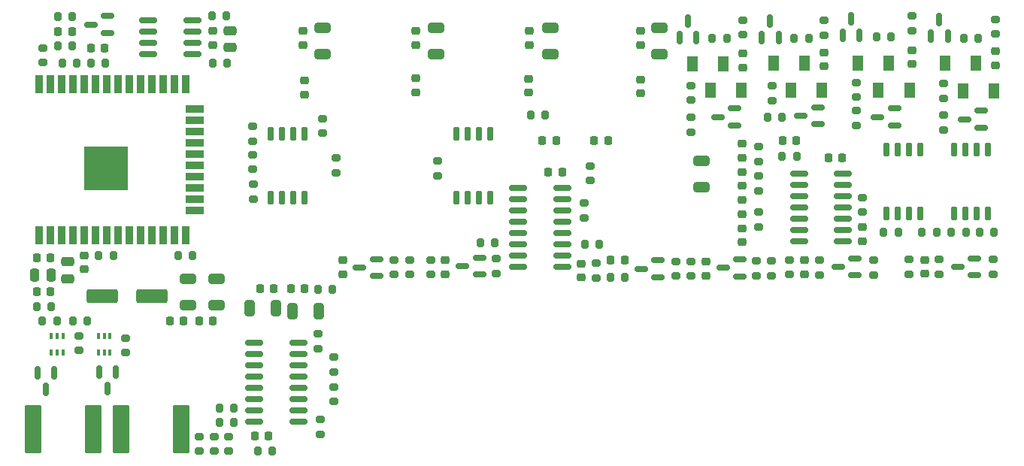
<source format=gbr>
%TF.GenerationSoftware,KiCad,Pcbnew,(6.0.4)*%
%TF.CreationDate,2022-12-17T19:50:05+01:00*%
%TF.ProjectId,bsc,6273632e-6b69-4636-9164-5f7063625858,rev?*%
%TF.SameCoordinates,Original*%
%TF.FileFunction,Paste,Top*%
%TF.FilePolarity,Positive*%
%FSLAX46Y46*%
G04 Gerber Fmt 4.6, Leading zero omitted, Abs format (unit mm)*
G04 Created by KiCad (PCBNEW (6.0.4)) date 2022-12-17 19:50:05*
%MOMM*%
%LPD*%
G01*
G04 APERTURE LIST*
G04 Aperture macros list*
%AMRoundRect*
0 Rectangle with rounded corners*
0 $1 Rounding radius*
0 $2 $3 $4 $5 $6 $7 $8 $9 X,Y pos of 4 corners*
0 Add a 4 corners polygon primitive as box body*
4,1,4,$2,$3,$4,$5,$6,$7,$8,$9,$2,$3,0*
0 Add four circle primitives for the rounded corners*
1,1,$1+$1,$2,$3*
1,1,$1+$1,$4,$5*
1,1,$1+$1,$6,$7*
1,1,$1+$1,$8,$9*
0 Add four rect primitives between the rounded corners*
20,1,$1+$1,$2,$3,$4,$5,0*
20,1,$1+$1,$4,$5,$6,$7,0*
20,1,$1+$1,$6,$7,$8,$9,0*
20,1,$1+$1,$8,$9,$2,$3,0*%
G04 Aperture macros list end*
%ADD10RoundRect,0.250000X0.650000X-0.325000X0.650000X0.325000X-0.650000X0.325000X-0.650000X-0.325000X0*%
%ADD11RoundRect,0.225000X-0.250000X0.225000X-0.250000X-0.225000X0.250000X-0.225000X0.250000X0.225000X0*%
%ADD12RoundRect,0.250000X-0.475000X0.250000X-0.475000X-0.250000X0.475000X-0.250000X0.475000X0.250000X0*%
%ADD13RoundRect,0.200000X0.275000X-0.200000X0.275000X0.200000X-0.275000X0.200000X-0.275000X-0.200000X0*%
%ADD14R,1.300000X1.700000*%
%ADD15RoundRect,0.150000X-0.825000X-0.150000X0.825000X-0.150000X0.825000X0.150000X-0.825000X0.150000X0*%
%ADD16RoundRect,0.150000X0.150000X-0.587500X0.150000X0.587500X-0.150000X0.587500X-0.150000X-0.587500X0*%
%ADD17RoundRect,0.225000X-0.225000X-0.250000X0.225000X-0.250000X0.225000X0.250000X-0.225000X0.250000X0*%
%ADD18RoundRect,0.200000X0.200000X0.275000X-0.200000X0.275000X-0.200000X-0.275000X0.200000X-0.275000X0*%
%ADD19RoundRect,0.200000X-0.275000X0.200000X-0.275000X-0.200000X0.275000X-0.200000X0.275000X0.200000X0*%
%ADD20RoundRect,0.150000X0.825000X0.150000X-0.825000X0.150000X-0.825000X-0.150000X0.825000X-0.150000X0*%
%ADD21RoundRect,0.150000X0.587500X0.150000X-0.587500X0.150000X-0.587500X-0.150000X0.587500X-0.150000X0*%
%ADD22RoundRect,0.225000X0.225000X0.250000X-0.225000X0.250000X-0.225000X-0.250000X0.225000X-0.250000X0*%
%ADD23RoundRect,0.250000X-0.325000X-0.650000X0.325000X-0.650000X0.325000X0.650000X-0.325000X0.650000X0*%
%ADD24RoundRect,0.200000X-0.200000X-0.275000X0.200000X-0.275000X0.200000X0.275000X-0.200000X0.275000X0*%
%ADD25RoundRect,0.250000X-0.650000X0.325000X-0.650000X-0.325000X0.650000X-0.325000X0.650000X0.325000X0*%
%ADD26RoundRect,0.218750X-0.256250X0.218750X-0.256250X-0.218750X0.256250X-0.218750X0.256250X0.218750X0*%
%ADD27R,0.400000X0.650000*%
%ADD28RoundRect,0.150000X0.150000X-0.650000X0.150000X0.650000X-0.150000X0.650000X-0.150000X-0.650000X0*%
%ADD29RoundRect,0.225000X0.250000X-0.225000X0.250000X0.225000X-0.250000X0.225000X-0.250000X-0.225000X0*%
%ADD30RoundRect,0.218750X-0.218750X-0.256250X0.218750X-0.256250X0.218750X0.256250X-0.218750X0.256250X0*%
%ADD31RoundRect,0.250000X-0.250000X-0.475000X0.250000X-0.475000X0.250000X0.475000X-0.250000X0.475000X0*%
%ADD32RoundRect,0.218750X0.256250X-0.218750X0.256250X0.218750X-0.256250X0.218750X-0.256250X-0.218750X0*%
%ADD33R,0.900000X2.000000*%
%ADD34R,2.000000X0.900000*%
%ADD35R,5.000000X5.000000*%
%ADD36RoundRect,0.150000X-0.150000X0.587500X-0.150000X-0.587500X0.150000X-0.587500X0.150000X0.587500X0*%
%ADD37RoundRect,0.150000X-0.150000X0.650000X-0.150000X-0.650000X0.150000X-0.650000X0.150000X0.650000X0*%
%ADD38RoundRect,0.250000X-1.500000X-0.550000X1.500000X-0.550000X1.500000X0.550000X-1.500000X0.550000X0*%
%ADD39RoundRect,0.218750X0.218750X0.256250X-0.218750X0.256250X-0.218750X-0.256250X0.218750X-0.256250X0*%
%ADD40RoundRect,0.250000X-0.712500X-2.475000X0.712500X-2.475000X0.712500X2.475000X-0.712500X2.475000X0*%
%ADD41RoundRect,0.250000X0.325000X0.650000X-0.325000X0.650000X-0.325000X-0.650000X0.325000X-0.650000X0*%
%ADD42RoundRect,0.250000X0.475000X-0.250000X0.475000X0.250000X-0.475000X0.250000X-0.475000X-0.250000X0*%
G04 APERTURE END LIST*
D10*
%TO.C,C50*%
X56515000Y-74119000D03*
X56515000Y-71169000D03*
%TD*%
D11*
%TO.C,C11*%
X69469000Y-43294000D03*
X69469000Y-44844000D03*
%TD*%
D12*
%TO.C,C54*%
X61214000Y-43246000D03*
X61214000Y-45146000D03*
%TD*%
D13*
%TO.C,R40*%
X128115000Y-43751000D03*
X128115000Y-42101000D03*
%TD*%
D14*
%TO.C,D15*%
X127861000Y-49911000D03*
X124361000Y-49911000D03*
%TD*%
D15*
%TO.C,U11*%
X125287000Y-59309000D03*
X125287000Y-60579000D03*
X125287000Y-61849000D03*
X125287000Y-63119000D03*
X125287000Y-64389000D03*
X125287000Y-65659000D03*
X125287000Y-66929000D03*
X130237000Y-66929000D03*
X130237000Y-65659000D03*
X130237000Y-64389000D03*
X130237000Y-63119000D03*
X130237000Y-61849000D03*
X130237000Y-60579000D03*
X130237000Y-59309000D03*
%TD*%
D16*
%TO.C,Q8*%
X111826000Y-43990500D03*
X113726000Y-43990500D03*
X112776000Y-42115500D03*
%TD*%
D11*
%TO.C,C25*%
X118872000Y-59156000D03*
X118872000Y-60706000D03*
%TD*%
D17*
%TO.C,C60*%
X63995000Y-88900000D03*
X65545000Y-88900000D03*
%TD*%
D18*
%TO.C,R79*%
X61658000Y-85725000D03*
X60008000Y-85725000D03*
%TD*%
%TO.C,R67*%
X65976000Y-90551000D03*
X64326000Y-90551000D03*
%TD*%
D11*
%TO.C,C21*%
X138021000Y-45440000D03*
X138021000Y-46990000D03*
%TD*%
D14*
%TO.C,D14*%
X125956000Y-46863000D03*
X122456000Y-46863000D03*
%TD*%
D11*
%TO.C,C32*%
X82169000Y-43294000D03*
X82169000Y-44844000D03*
%TD*%
D19*
%TO.C,R30*%
X122273000Y-49467000D03*
X122273000Y-51117000D03*
%TD*%
D13*
%TO.C,R6*%
X44170600Y-79260200D03*
X44170600Y-77610200D03*
%TD*%
D17*
%TO.C,C51*%
X54470000Y-75946000D03*
X56020000Y-75946000D03*
%TD*%
D15*
%TO.C,U10*%
X93664000Y-60960000D03*
X93664000Y-62230000D03*
X93664000Y-63500000D03*
X93664000Y-64770000D03*
X93664000Y-66040000D03*
X93664000Y-67310000D03*
X93664000Y-68580000D03*
X93664000Y-69850000D03*
X98614000Y-69850000D03*
X98614000Y-68580000D03*
X98614000Y-67310000D03*
X98614000Y-66040000D03*
X98614000Y-64770000D03*
X98614000Y-63500000D03*
X98614000Y-62230000D03*
X98614000Y-60960000D03*
%TD*%
D20*
%TO.C,U7*%
X56958000Y-45847000D03*
X56958000Y-44577000D03*
X56958000Y-43307000D03*
X56958000Y-42037000D03*
X52008000Y-42037000D03*
X52008000Y-43307000D03*
X52008000Y-44577000D03*
X52008000Y-45847000D03*
%TD*%
D19*
%TO.C,R25*%
X113157000Y-53023000D03*
X113157000Y-54673000D03*
%TD*%
D18*
%TO.C,R12*%
X60896000Y-46863000D03*
X59246000Y-46863000D03*
%TD*%
D21*
%TO.C,Q2*%
X145031700Y-70774600D03*
X145031700Y-68874600D03*
X143156700Y-69824600D03*
%TD*%
%TO.C,D21*%
X127401500Y-53782000D03*
X127401500Y-51882000D03*
X125526500Y-52832000D03*
%TD*%
D13*
%TO.C,R62*%
X71628000Y-54800000D03*
X71628000Y-53150000D03*
%TD*%
D22*
%TO.C,C2*%
X41034000Y-72644000D03*
X39484000Y-72644000D03*
%TD*%
D11*
%TO.C,C19*%
X118999000Y-45834000D03*
X118999000Y-47384000D03*
%TD*%
D16*
%TO.C,Q10*%
X130213000Y-43736500D03*
X132113000Y-43736500D03*
X131163000Y-41861500D03*
%TD*%
D21*
%TO.C,Q7*%
X89304100Y-70698400D03*
X89304100Y-68798400D03*
X87429100Y-69748400D03*
%TD*%
D23*
%TO.C,C6*%
X63422000Y-74485500D03*
X66372000Y-74485500D03*
%TD*%
D24*
%TO.C,R47*%
X134811000Y-65913000D03*
X136461000Y-65913000D03*
%TD*%
D17*
%TO.C,C18*%
X104101600Y-69088000D03*
X105651600Y-69088000D03*
%TD*%
D19*
%TO.C,R60*%
X73152000Y-57595000D03*
X73152000Y-59245000D03*
%TD*%
D24*
%TO.C,R49*%
X123381000Y-57404000D03*
X125031000Y-57404000D03*
%TD*%
D13*
%TO.C,R70*%
X59436000Y-90614000D03*
X59436000Y-88964000D03*
%TD*%
D24*
%TO.C,R33*%
X115507000Y-44069000D03*
X117157000Y-44069000D03*
%TD*%
D25*
%TO.C,C35*%
X109601000Y-42897000D03*
X109601000Y-45847000D03*
%TD*%
D14*
%TO.C,D18*%
X145260000Y-46863000D03*
X141760000Y-46863000D03*
%TD*%
D11*
%TO.C,C22*%
X147447000Y-45580000D03*
X147447000Y-47130000D03*
%TD*%
D14*
%TO.C,D12*%
X116812000Y-46990000D03*
X113312000Y-46990000D03*
%TD*%
D22*
%TO.C,C17*%
X98615800Y-59182000D03*
X97065800Y-59182000D03*
%TD*%
D13*
%TO.C,R8*%
X49483400Y-79502000D03*
X49483400Y-77852000D03*
%TD*%
D17*
%TO.C,C9*%
X45580000Y-45212000D03*
X47130000Y-45212000D03*
%TD*%
D26*
%TO.C,D25*%
X139420600Y-69062500D03*
X139420600Y-70637500D03*
%TD*%
D25*
%TO.C,C34*%
X84455000Y-42897000D03*
X84455000Y-45847000D03*
%TD*%
D19*
%TO.C,R77*%
X71374000Y-87059000D03*
X71374000Y-88709000D03*
%TD*%
D17*
%TO.C,C15*%
X41871600Y-43332400D03*
X43421600Y-43332400D03*
%TD*%
D19*
%TO.C,R31*%
X131798000Y-49086000D03*
X131798000Y-50736000D03*
%TD*%
D13*
%TO.C,R80*%
X81457800Y-70725800D03*
X81457800Y-69075800D03*
%TD*%
%TO.C,R56*%
X120777000Y-57975000D03*
X120777000Y-56325000D03*
%TD*%
%TO.C,R54*%
X122148600Y-70827400D03*
X122148600Y-69177400D03*
%TD*%
D22*
%TO.C,C53*%
X59322000Y-75946000D03*
X57772000Y-75946000D03*
%TD*%
D13*
%TO.C,R38*%
X118999000Y-43687000D03*
X118999000Y-42037000D03*
%TD*%
%TO.C,R71*%
X137693400Y-70675000D03*
X137693400Y-69025000D03*
%TD*%
D27*
%TO.C,Q13*%
X46420400Y-79500000D03*
X47070400Y-79500000D03*
X47720400Y-79500000D03*
X47720400Y-77600000D03*
X47070400Y-77600000D03*
X46420400Y-77600000D03*
%TD*%
D11*
%TO.C,C49*%
X44831000Y-68567000D03*
X44831000Y-70117000D03*
%TD*%
%TO.C,C39*%
X94919800Y-43294000D03*
X94919800Y-44844000D03*
%TD*%
D13*
%TO.C,R3*%
X40132000Y-46849800D03*
X40132000Y-45199800D03*
%TD*%
%TO.C,R50*%
X120777000Y-61277000D03*
X120777000Y-59627000D03*
%TD*%
D18*
%TO.C,R5*%
X41719000Y-75959200D03*
X40069000Y-75959200D03*
%TD*%
D28*
%TO.C,IC3*%
X65786000Y-62020000D03*
X67056000Y-62020000D03*
X68326000Y-62020000D03*
X69596000Y-62020000D03*
X69596000Y-54820000D03*
X68326000Y-54820000D03*
X67056000Y-54820000D03*
X65786000Y-54820000D03*
%TD*%
D19*
%TO.C,R10*%
X101803200Y-58471800D03*
X101803200Y-60121800D03*
%TD*%
D24*
%TO.C,R35*%
X134021000Y-43942000D03*
X135671000Y-43942000D03*
%TD*%
D28*
%TO.C,IC4*%
X86741000Y-62020000D03*
X88011000Y-62020000D03*
X89281000Y-62020000D03*
X90551000Y-62020000D03*
X90551000Y-54820000D03*
X89281000Y-54820000D03*
X88011000Y-54820000D03*
X86741000Y-54820000D03*
%TD*%
D29*
%TO.C,C24*%
X118872000Y-63881000D03*
X118872000Y-62331000D03*
%TD*%
D11*
%TO.C,C10*%
X69596000Y-48882000D03*
X69596000Y-50432000D03*
%TD*%
%TO.C,C16*%
X59309000Y-43294000D03*
X59309000Y-44844000D03*
%TD*%
D18*
%TO.C,R11*%
X60833000Y-41529000D03*
X59183000Y-41529000D03*
%TD*%
D13*
%TO.C,R32*%
X141605000Y-50863000D03*
X141605000Y-49213000D03*
%TD*%
D11*
%TO.C,C30*%
X82169000Y-48628000D03*
X82169000Y-50178000D03*
%TD*%
D24*
%TO.C,R61*%
X95060000Y-52705000D03*
X96710000Y-52705000D03*
%TD*%
D18*
%TO.C,R26*%
X123380000Y-52959000D03*
X121730000Y-52959000D03*
%TD*%
%TO.C,R72*%
X105701600Y-70993000D03*
X104051600Y-70993000D03*
%TD*%
D16*
%TO.C,Q9*%
X121097000Y-43990500D03*
X122997000Y-43990500D03*
X122047000Y-42115500D03*
%TD*%
D21*
%TO.C,Q3*%
X131597400Y-70800000D03*
X131597400Y-68900000D03*
X129722400Y-69850000D03*
%TD*%
D11*
%TO.C,C14*%
X118872000Y-55981000D03*
X118872000Y-57531000D03*
%TD*%
D24*
%TO.C,R85*%
X71121000Y-72339200D03*
X72771000Y-72339200D03*
%TD*%
D13*
%TO.C,R21*%
X79679800Y-70725800D03*
X79679800Y-69075800D03*
%TD*%
D19*
%TO.C,R20*%
X91211400Y-68923400D03*
X91211400Y-70573400D03*
%TD*%
D18*
%TO.C,R46*%
X147256000Y-65913000D03*
X145606000Y-65913000D03*
%TD*%
D24*
%TO.C,R1*%
X39434000Y-74295000D03*
X41084000Y-74295000D03*
%TD*%
D30*
%TO.C,D1*%
X102233500Y-55626000D03*
X103808500Y-55626000D03*
%TD*%
D11*
%TO.C,C20*%
X128115000Y-45707000D03*
X128115000Y-47257000D03*
%TD*%
D10*
%TO.C,C52*%
X59690000Y-74119000D03*
X59690000Y-71169000D03*
%TD*%
D13*
%TO.C,R57*%
X63779400Y-58864000D03*
X63779400Y-57214000D03*
%TD*%
%TO.C,R69*%
X57785000Y-90614000D03*
X57785000Y-88964000D03*
%TD*%
D16*
%TO.C,Q11*%
X140147000Y-43863500D03*
X142047000Y-43863500D03*
X141097000Y-41988500D03*
%TD*%
D14*
%TO.C,D19*%
X147292000Y-50038000D03*
X143792000Y-50038000D03*
%TD*%
D25*
%TO.C,C12*%
X71628000Y-42897000D03*
X71628000Y-45847000D03*
%TD*%
D24*
%TO.C,R73*%
X89421200Y-67157600D03*
X91071200Y-67157600D03*
%TD*%
D18*
%TO.C,R22*%
X102806000Y-67310000D03*
X101156000Y-67310000D03*
%TD*%
D11*
%TO.C,C31*%
X107442000Y-48755000D03*
X107442000Y-50305000D03*
%TD*%
D18*
%TO.C,R78*%
X61658000Y-87376000D03*
X60008000Y-87376000D03*
%TD*%
%TO.C,R14*%
X43471600Y-41656000D03*
X41821600Y-41656000D03*
%TD*%
D22*
%TO.C,C7*%
X69609000Y-72326500D03*
X68059000Y-72326500D03*
%TD*%
D19*
%TO.C,R82*%
X113106200Y-69216000D03*
X113106200Y-70866000D03*
%TD*%
%TO.C,R28*%
X141605000Y-52769000D03*
X141605000Y-54419000D03*
%TD*%
%TO.C,R27*%
X131798000Y-52261000D03*
X131798000Y-53911000D03*
%TD*%
D13*
%TO.C,R83*%
X102438200Y-71081400D03*
X102438200Y-69431400D03*
%TD*%
D25*
%TO.C,C29*%
X114300000Y-57910200D03*
X114300000Y-60860200D03*
%TD*%
D21*
%TO.C,D4*%
X47419500Y-43495000D03*
X47419500Y-41595000D03*
X45544500Y-42545000D03*
%TD*%
D19*
%TO.C,R53*%
X127611900Y-69089000D03*
X127611900Y-70739000D03*
%TD*%
D24*
%TO.C,R4*%
X42329600Y-46863000D03*
X43979600Y-46863000D03*
%TD*%
D31*
%TO.C,C5*%
X39182000Y-70739000D03*
X41082000Y-70739000D03*
%TD*%
D26*
%TO.C,D29*%
X85471000Y-69113300D03*
X85471000Y-70688300D03*
%TD*%
D32*
%TO.C,D30*%
X73888600Y-70688300D03*
X73888600Y-69113300D03*
%TD*%
D21*
%TO.C,Q5*%
X118615700Y-70901600D03*
X118615700Y-69001600D03*
X116740700Y-69951600D03*
%TD*%
D33*
%TO.C,U2*%
X39745000Y-66285000D03*
X41015000Y-66285000D03*
X42285000Y-66285000D03*
X43555000Y-66285000D03*
X44825000Y-66285000D03*
X46095000Y-66285000D03*
X47365000Y-66285000D03*
X48635000Y-66285000D03*
X49905000Y-66285000D03*
X51175000Y-66285000D03*
X52445000Y-66285000D03*
X53715000Y-66285000D03*
X54985000Y-66285000D03*
X56255000Y-66285000D03*
D34*
X57255000Y-63500000D03*
X57255000Y-62230000D03*
X57255000Y-60960000D03*
X57255000Y-59690000D03*
X57255000Y-58420000D03*
X57255000Y-57150000D03*
X57255000Y-55880000D03*
X57255000Y-54610000D03*
X57255000Y-53340000D03*
X57255000Y-52070000D03*
D33*
X56255000Y-49285000D03*
X54985000Y-49285000D03*
X53715000Y-49285000D03*
X52445000Y-49285000D03*
X51175000Y-49285000D03*
X49905000Y-49285000D03*
X48635000Y-49285000D03*
X47365000Y-49285000D03*
X46095000Y-49285000D03*
X44825000Y-49285000D03*
X43555000Y-49285000D03*
X42285000Y-49285000D03*
X41015000Y-49285000D03*
X39745000Y-49285000D03*
D35*
X47245000Y-58785000D03*
%TD*%
D27*
%TO.C,Q1*%
X41107600Y-79512200D03*
X41757600Y-79512200D03*
X42407600Y-79512200D03*
X42407600Y-77612200D03*
X41757600Y-77612200D03*
X41107600Y-77612200D03*
%TD*%
D13*
%TO.C,R17*%
X120523000Y-70827400D03*
X120523000Y-69177400D03*
%TD*%
D36*
%TO.C,Q12*%
X41412200Y-81752700D03*
X39512200Y-81752700D03*
X40462200Y-83627700D03*
%TD*%
D13*
%TO.C,R16*%
X133707900Y-70739000D03*
X133707900Y-69089000D03*
%TD*%
D19*
%TO.C,R29*%
X113157000Y-49403000D03*
X113157000Y-51053000D03*
%TD*%
D13*
%TO.C,R76*%
X72898000Y-85026000D03*
X72898000Y-83376000D03*
%TD*%
%TO.C,R15*%
X147142200Y-70649600D03*
X147142200Y-68999600D03*
%TD*%
D19*
%TO.C,R68*%
X61087000Y-88964000D03*
X61087000Y-90614000D03*
%TD*%
D21*
%TO.C,Q6*%
X109420900Y-71006500D03*
X109420900Y-69106500D03*
X107545900Y-70056500D03*
%TD*%
D20*
%TO.C,U20*%
X68896000Y-87249000D03*
X68896000Y-85979000D03*
X68896000Y-84709000D03*
X68896000Y-83439000D03*
X68896000Y-82169000D03*
X68896000Y-80899000D03*
X68896000Y-79629000D03*
X68896000Y-78359000D03*
X63946000Y-78359000D03*
X63946000Y-79629000D03*
X63946000Y-80899000D03*
X63946000Y-82169000D03*
X63946000Y-83439000D03*
X63946000Y-84709000D03*
X63946000Y-85979000D03*
X63946000Y-87249000D03*
%TD*%
D18*
%TO.C,R55*%
X56996600Y-68580000D03*
X55346600Y-68580000D03*
%TD*%
D11*
%TO.C,C38*%
X94869000Y-48641000D03*
X94869000Y-50191000D03*
%TD*%
D36*
%TO.C,Q14*%
X48401400Y-81676500D03*
X46501400Y-81676500D03*
X47451400Y-83551500D03*
%TD*%
D18*
%TO.C,R2*%
X47180000Y-46863000D03*
X45530000Y-46863000D03*
%TD*%
D17*
%TO.C,C8*%
X64617000Y-72326500D03*
X66167000Y-72326500D03*
%TD*%
D21*
%TO.C,Q4*%
X77696300Y-70850800D03*
X77696300Y-68950800D03*
X75821300Y-69900800D03*
%TD*%
D11*
%TO.C,C26*%
X132461000Y-65392000D03*
X132461000Y-66942000D03*
%TD*%
D13*
%TO.C,R42*%
X138021000Y-43243000D03*
X138021000Y-41593000D03*
%TD*%
%TO.C,R74*%
X71120000Y-79057000D03*
X71120000Y-77407000D03*
%TD*%
D19*
%TO.C,R24*%
X63779400Y-54013600D03*
X63779400Y-55663600D03*
%TD*%
D14*
%TO.C,D16*%
X131925000Y-46863000D03*
X135425000Y-46863000D03*
%TD*%
D17*
%TO.C,C3*%
X39484000Y-68834000D03*
X41034000Y-68834000D03*
%TD*%
D13*
%TO.C,R18*%
X111404400Y-70866000D03*
X111404400Y-69216000D03*
%TD*%
%TO.C,R59*%
X84582000Y-59563000D03*
X84582000Y-57913000D03*
%TD*%
D32*
%TO.C,D28*%
X100761800Y-71043900D03*
X100761800Y-69468900D03*
%TD*%
D17*
%TO.C,C23*%
X123431000Y-55626000D03*
X124981000Y-55626000D03*
%TD*%
D24*
%TO.C,R34*%
X124750000Y-44069000D03*
X126400000Y-44069000D03*
%TD*%
D14*
%TO.C,D13*%
X118844000Y-49911000D03*
X115344000Y-49911000D03*
%TD*%
D19*
%TO.C,R81*%
X124180600Y-69075800D03*
X124180600Y-70725800D03*
%TD*%
D37*
%TO.C,IC2*%
X146558000Y-56598000D03*
X145288000Y-56598000D03*
X144018000Y-56598000D03*
X142748000Y-56598000D03*
X142748000Y-63798000D03*
X144018000Y-63798000D03*
X145288000Y-63798000D03*
X146558000Y-63798000D03*
%TD*%
D24*
%TO.C,R36*%
X143828000Y-44069000D03*
X145478000Y-44069000D03*
%TD*%
D19*
%TO.C,R51*%
X120777000Y-63691000D03*
X120777000Y-65341000D03*
%TD*%
D11*
%TO.C,C13*%
X118872000Y-65506000D03*
X118872000Y-67056000D03*
%TD*%
D19*
%TO.C,R23*%
X101092000Y-62675000D03*
X101092000Y-64325000D03*
%TD*%
D38*
%TO.C,C48*%
X46857000Y-73152000D03*
X52457000Y-73152000D03*
%TD*%
D21*
%TO.C,D20*%
X118031500Y-53909000D03*
X118031500Y-52009000D03*
X116156500Y-52959000D03*
%TD*%
D24*
%TO.C,R66*%
X46419000Y-68580000D03*
X48069000Y-68580000D03*
%TD*%
D18*
%TO.C,R13*%
X43471600Y-44932600D03*
X41821600Y-44932600D03*
%TD*%
%TO.C,R7*%
X45148000Y-75946000D03*
X43498000Y-75946000D03*
%TD*%
D13*
%TO.C,R44*%
X147447000Y-43624000D03*
X147447000Y-41974000D03*
%TD*%
%TO.C,R75*%
X72898000Y-81661000D03*
X72898000Y-80011000D03*
%TD*%
D39*
%TO.C,D11*%
X97966500Y-55626000D03*
X96391500Y-55626000D03*
%TD*%
D21*
%TO.C,D23*%
X145844500Y-54163000D03*
X145844500Y-52263000D03*
X143969500Y-53213000D03*
%TD*%
D40*
%TO.C,TH1*%
X39030500Y-88138000D03*
X45805500Y-88138000D03*
%TD*%
D14*
%TO.C,D17*%
X137739000Y-49911000D03*
X134239000Y-49911000D03*
%TD*%
D18*
%TO.C,R45*%
X140779000Y-65913000D03*
X139129000Y-65913000D03*
%TD*%
D40*
%TO.C,TH2*%
X48936500Y-88138000D03*
X55711500Y-88138000D03*
%TD*%
D41*
%TO.C,C1*%
X71198000Y-74866500D03*
X68248000Y-74866500D03*
%TD*%
D13*
%TO.C,R52*%
X132461000Y-63690000D03*
X132461000Y-62040000D03*
%TD*%
D11*
%TO.C,C33*%
X107442000Y-43294000D03*
X107442000Y-44844000D03*
%TD*%
D42*
%TO.C,C4*%
X42900600Y-71155600D03*
X42900600Y-69255600D03*
%TD*%
D21*
%TO.C,D22*%
X136037500Y-53909000D03*
X136037500Y-52009000D03*
X134162500Y-52959000D03*
%TD*%
D26*
%TO.C,D27*%
X114782600Y-69240200D03*
X114782600Y-70815200D03*
%TD*%
D25*
%TO.C,C42*%
X97282000Y-42897000D03*
X97282000Y-45847000D03*
%TD*%
D13*
%TO.C,R58*%
X63830200Y-62178200D03*
X63830200Y-60528200D03*
%TD*%
D26*
%TO.C,D26*%
X125907800Y-69113300D03*
X125907800Y-70688300D03*
%TD*%
D19*
%TO.C,R84*%
X83845400Y-69075800D03*
X83845400Y-70725800D03*
%TD*%
D22*
%TO.C,C27*%
X130188000Y-57531000D03*
X128638000Y-57531000D03*
%TD*%
D24*
%TO.C,R48*%
X142431000Y-65913000D03*
X144081000Y-65913000D03*
%TD*%
D19*
%TO.C,R9*%
X141046200Y-69025000D03*
X141046200Y-70675000D03*
%TD*%
D37*
%TO.C,IC1*%
X138938000Y-56598000D03*
X137668000Y-56598000D03*
X136398000Y-56598000D03*
X135128000Y-56598000D03*
X135128000Y-63798000D03*
X136398000Y-63798000D03*
X137668000Y-63798000D03*
X138938000Y-63798000D03*
%TD*%
M02*

</source>
